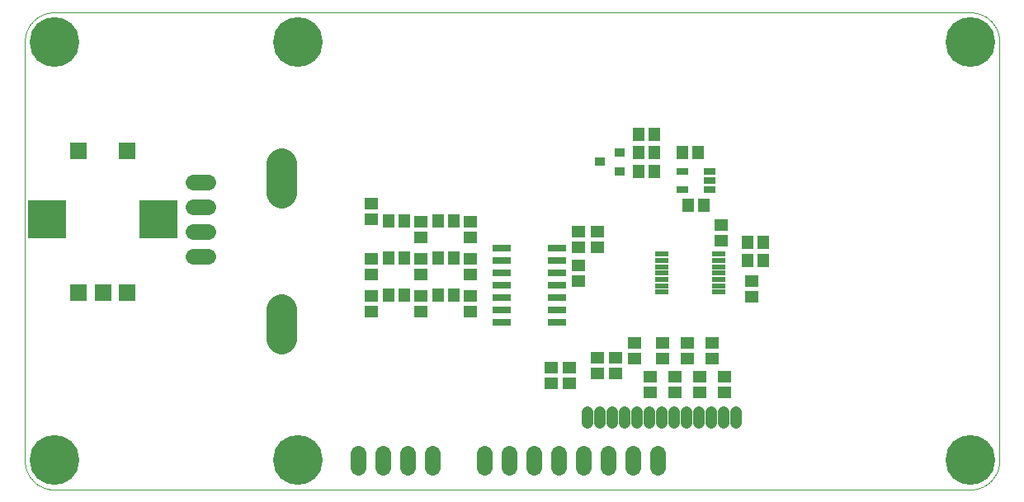
<source format=gts>
G75*
%MOIN*%
%OFA0B0*%
%FSLAX25Y25*%
%IPPOS*%
%LPD*%
%AMOC8*
5,1,8,0,0,1.08239X$1,22.5*
%
%ADD10C,0.00394*%
%ADD11C,0.04762*%
%ADD12C,0.12211*%
%ADD13R,0.05518X0.04731*%
%ADD14R,0.04731X0.05518*%
%ADD15R,0.04337X0.03550*%
%ADD16R,0.07093X0.07093*%
%ADD17R,0.15361X0.15361*%
%ADD18R,0.04731X0.02762*%
%ADD19C,0.06337*%
%ADD20R,0.07290X0.03156*%
%ADD21R,0.05715X0.01975*%
%ADD22C,0.20085*%
D10*
X0027595Y0013833D02*
X0027595Y0183125D01*
X0027598Y0183410D01*
X0027609Y0183696D01*
X0027626Y0183981D01*
X0027650Y0184265D01*
X0027681Y0184549D01*
X0027719Y0184832D01*
X0027764Y0185113D01*
X0027815Y0185394D01*
X0027873Y0185674D01*
X0027938Y0185952D01*
X0028010Y0186228D01*
X0028088Y0186502D01*
X0028173Y0186775D01*
X0028265Y0187045D01*
X0028363Y0187313D01*
X0028467Y0187579D01*
X0028578Y0187842D01*
X0028695Y0188102D01*
X0028818Y0188360D01*
X0028948Y0188614D01*
X0029084Y0188865D01*
X0029225Y0189113D01*
X0029373Y0189357D01*
X0029526Y0189598D01*
X0029686Y0189834D01*
X0029851Y0190067D01*
X0030021Y0190296D01*
X0030197Y0190521D01*
X0030379Y0190741D01*
X0030565Y0190957D01*
X0030757Y0191168D01*
X0030954Y0191375D01*
X0031156Y0191577D01*
X0031363Y0191774D01*
X0031574Y0191966D01*
X0031790Y0192152D01*
X0032010Y0192334D01*
X0032235Y0192510D01*
X0032464Y0192680D01*
X0032697Y0192845D01*
X0032933Y0193005D01*
X0033174Y0193158D01*
X0033418Y0193306D01*
X0033666Y0193447D01*
X0033917Y0193583D01*
X0034171Y0193713D01*
X0034429Y0193836D01*
X0034689Y0193953D01*
X0034952Y0194064D01*
X0035218Y0194168D01*
X0035486Y0194266D01*
X0035756Y0194358D01*
X0036029Y0194443D01*
X0036303Y0194521D01*
X0036579Y0194593D01*
X0036857Y0194658D01*
X0037137Y0194716D01*
X0037418Y0194767D01*
X0037699Y0194812D01*
X0037982Y0194850D01*
X0038266Y0194881D01*
X0038550Y0194905D01*
X0038835Y0194922D01*
X0039121Y0194933D01*
X0039406Y0194936D01*
X0409485Y0194936D01*
X0409770Y0194933D01*
X0410056Y0194922D01*
X0410341Y0194905D01*
X0410625Y0194881D01*
X0410909Y0194850D01*
X0411192Y0194812D01*
X0411473Y0194767D01*
X0411754Y0194716D01*
X0412034Y0194658D01*
X0412312Y0194593D01*
X0412588Y0194521D01*
X0412862Y0194443D01*
X0413135Y0194358D01*
X0413405Y0194266D01*
X0413673Y0194168D01*
X0413939Y0194064D01*
X0414202Y0193953D01*
X0414462Y0193836D01*
X0414720Y0193713D01*
X0414974Y0193583D01*
X0415225Y0193447D01*
X0415473Y0193306D01*
X0415717Y0193158D01*
X0415958Y0193005D01*
X0416194Y0192845D01*
X0416427Y0192680D01*
X0416656Y0192510D01*
X0416881Y0192334D01*
X0417101Y0192152D01*
X0417317Y0191966D01*
X0417528Y0191774D01*
X0417735Y0191577D01*
X0417937Y0191375D01*
X0418134Y0191168D01*
X0418326Y0190957D01*
X0418512Y0190741D01*
X0418694Y0190521D01*
X0418870Y0190296D01*
X0419040Y0190067D01*
X0419205Y0189834D01*
X0419365Y0189598D01*
X0419518Y0189357D01*
X0419666Y0189113D01*
X0419807Y0188865D01*
X0419943Y0188614D01*
X0420073Y0188360D01*
X0420196Y0188102D01*
X0420313Y0187842D01*
X0420424Y0187579D01*
X0420528Y0187313D01*
X0420626Y0187045D01*
X0420718Y0186775D01*
X0420803Y0186502D01*
X0420881Y0186228D01*
X0420953Y0185952D01*
X0421018Y0185674D01*
X0421076Y0185394D01*
X0421127Y0185113D01*
X0421172Y0184832D01*
X0421210Y0184549D01*
X0421241Y0184265D01*
X0421265Y0183981D01*
X0421282Y0183696D01*
X0421293Y0183410D01*
X0421296Y0183125D01*
X0421296Y0013833D01*
X0421293Y0013548D01*
X0421282Y0013262D01*
X0421265Y0012977D01*
X0421241Y0012693D01*
X0421210Y0012409D01*
X0421172Y0012126D01*
X0421127Y0011845D01*
X0421076Y0011564D01*
X0421018Y0011284D01*
X0420953Y0011006D01*
X0420881Y0010730D01*
X0420803Y0010456D01*
X0420718Y0010183D01*
X0420626Y0009913D01*
X0420528Y0009645D01*
X0420424Y0009379D01*
X0420313Y0009116D01*
X0420196Y0008856D01*
X0420073Y0008598D01*
X0419943Y0008344D01*
X0419807Y0008093D01*
X0419666Y0007845D01*
X0419518Y0007601D01*
X0419365Y0007360D01*
X0419205Y0007124D01*
X0419040Y0006891D01*
X0418870Y0006662D01*
X0418694Y0006437D01*
X0418512Y0006217D01*
X0418326Y0006001D01*
X0418134Y0005790D01*
X0417937Y0005583D01*
X0417735Y0005381D01*
X0417528Y0005184D01*
X0417317Y0004992D01*
X0417101Y0004806D01*
X0416881Y0004624D01*
X0416656Y0004448D01*
X0416427Y0004278D01*
X0416194Y0004113D01*
X0415958Y0003953D01*
X0415717Y0003800D01*
X0415473Y0003652D01*
X0415225Y0003511D01*
X0414974Y0003375D01*
X0414720Y0003245D01*
X0414462Y0003122D01*
X0414202Y0003005D01*
X0413939Y0002894D01*
X0413673Y0002790D01*
X0413405Y0002692D01*
X0413135Y0002600D01*
X0412862Y0002515D01*
X0412588Y0002437D01*
X0412312Y0002365D01*
X0412034Y0002300D01*
X0411754Y0002242D01*
X0411473Y0002191D01*
X0411192Y0002146D01*
X0410909Y0002108D01*
X0410625Y0002077D01*
X0410341Y0002053D01*
X0410056Y0002036D01*
X0409770Y0002025D01*
X0409485Y0002022D01*
X0039406Y0002022D01*
X0039121Y0002025D01*
X0038835Y0002036D01*
X0038550Y0002053D01*
X0038266Y0002077D01*
X0037982Y0002108D01*
X0037699Y0002146D01*
X0037418Y0002191D01*
X0037137Y0002242D01*
X0036857Y0002300D01*
X0036579Y0002365D01*
X0036303Y0002437D01*
X0036029Y0002515D01*
X0035756Y0002600D01*
X0035486Y0002692D01*
X0035218Y0002790D01*
X0034952Y0002894D01*
X0034689Y0003005D01*
X0034429Y0003122D01*
X0034171Y0003245D01*
X0033917Y0003375D01*
X0033666Y0003511D01*
X0033418Y0003652D01*
X0033174Y0003800D01*
X0032933Y0003953D01*
X0032697Y0004113D01*
X0032464Y0004278D01*
X0032235Y0004448D01*
X0032010Y0004624D01*
X0031790Y0004806D01*
X0031574Y0004992D01*
X0031363Y0005184D01*
X0031156Y0005381D01*
X0030954Y0005583D01*
X0030757Y0005790D01*
X0030565Y0006001D01*
X0030379Y0006217D01*
X0030197Y0006437D01*
X0030021Y0006662D01*
X0029851Y0006891D01*
X0029686Y0007124D01*
X0029526Y0007360D01*
X0029373Y0007601D01*
X0029225Y0007845D01*
X0029084Y0008093D01*
X0028948Y0008344D01*
X0028818Y0008598D01*
X0028695Y0008856D01*
X0028578Y0009116D01*
X0028467Y0009379D01*
X0028363Y0009645D01*
X0028265Y0009913D01*
X0028173Y0010183D01*
X0028088Y0010456D01*
X0028010Y0010730D01*
X0027938Y0011006D01*
X0027873Y0011284D01*
X0027815Y0011564D01*
X0027764Y0011845D01*
X0027719Y0012126D01*
X0027681Y0012409D01*
X0027650Y0012693D01*
X0027626Y0012977D01*
X0027609Y0013262D01*
X0027598Y0013548D01*
X0027595Y0013833D01*
D11*
X0254879Y0028975D02*
X0254879Y0033337D01*
X0259879Y0033337D02*
X0259879Y0028975D01*
X0264879Y0028975D02*
X0264879Y0033337D01*
X0269879Y0033337D02*
X0269879Y0028975D01*
X0274879Y0028975D02*
X0274879Y0033337D01*
X0279879Y0033337D02*
X0279879Y0028975D01*
X0284879Y0028975D02*
X0284879Y0033337D01*
X0289879Y0033337D02*
X0289879Y0028975D01*
X0294879Y0028975D02*
X0294879Y0033337D01*
X0299879Y0033337D02*
X0299879Y0028975D01*
X0304879Y0028975D02*
X0304879Y0033337D01*
X0309879Y0033337D02*
X0309879Y0028975D01*
X0314879Y0028975D02*
X0314879Y0033337D01*
D12*
X0131335Y0063046D02*
X0131335Y0074857D01*
X0131335Y0122101D02*
X0131335Y0133912D01*
D13*
X0167595Y0117672D03*
X0167595Y0111373D03*
X0187595Y0110172D03*
X0187595Y0103873D03*
X0187595Y0095172D03*
X0187595Y0088873D03*
X0187595Y0080172D03*
X0187595Y0073873D03*
X0207595Y0073873D03*
X0207595Y0080172D03*
X0207595Y0088873D03*
X0207595Y0095172D03*
X0207595Y0103873D03*
X0207595Y0110172D03*
X0167595Y0095172D03*
X0167595Y0088873D03*
X0167595Y0080172D03*
X0167595Y0073873D03*
X0240095Y0051422D03*
X0247595Y0051422D03*
X0247595Y0045123D03*
X0240095Y0045123D03*
X0258845Y0048873D03*
X0266345Y0048873D03*
X0266345Y0055172D03*
X0258845Y0055172D03*
X0273845Y0055123D03*
X0273845Y0061422D03*
X0285095Y0061422D03*
X0295095Y0061422D03*
X0305095Y0061422D03*
X0305095Y0055123D03*
X0295095Y0055123D03*
X0285095Y0055123D03*
X0280095Y0047672D03*
X0290095Y0047672D03*
X0300095Y0047672D03*
X0300095Y0041373D03*
X0290095Y0041373D03*
X0280095Y0041373D03*
X0310095Y0041373D03*
X0310095Y0047672D03*
X0321345Y0080123D03*
X0321345Y0086422D03*
X0308845Y0102623D03*
X0308845Y0108922D03*
X0258845Y0106422D03*
X0258845Y0100123D03*
X0251345Y0100123D03*
X0251345Y0106422D03*
X0251345Y0092672D03*
X0251345Y0086373D03*
D14*
X0200745Y0080772D03*
X0194446Y0080772D03*
X0180745Y0080772D03*
X0174446Y0080772D03*
X0174446Y0095772D03*
X0180745Y0095772D03*
X0194446Y0095772D03*
X0200745Y0095772D03*
X0200745Y0110772D03*
X0194446Y0110772D03*
X0180745Y0110772D03*
X0174446Y0110772D03*
X0275696Y0130772D03*
X0281995Y0130772D03*
X0281995Y0138272D03*
X0275696Y0138272D03*
X0275696Y0145772D03*
X0281995Y0145772D03*
X0293196Y0138272D03*
X0299495Y0138272D03*
X0301995Y0117022D03*
X0295696Y0117022D03*
X0319446Y0102022D03*
X0325745Y0102022D03*
X0325745Y0094522D03*
X0319446Y0094522D03*
D15*
X0267782Y0130782D03*
X0259908Y0134522D03*
X0267782Y0138262D03*
D16*
X0068934Y0138833D03*
X0049249Y0138833D03*
X0049249Y0081747D03*
X0059091Y0081747D03*
X0068934Y0081747D03*
D17*
X0081532Y0111274D03*
X0036650Y0111274D03*
D18*
X0293333Y0123282D03*
X0304357Y0123282D03*
X0304357Y0127022D03*
X0304357Y0130762D03*
X0293333Y0130762D03*
D19*
X0101430Y0126274D02*
X0095493Y0126274D01*
X0095493Y0116274D02*
X0101430Y0116274D01*
X0101430Y0106274D02*
X0095493Y0106274D01*
X0095493Y0096274D02*
X0101430Y0096274D01*
X0162201Y0016802D02*
X0162201Y0010865D01*
X0172201Y0010865D02*
X0172201Y0016802D01*
X0182201Y0016802D02*
X0182201Y0010865D01*
X0192201Y0010865D02*
X0192201Y0016802D01*
X0213068Y0016802D02*
X0213068Y0010865D01*
X0223068Y0010865D02*
X0223068Y0016802D01*
X0233068Y0016802D02*
X0233068Y0010865D01*
X0243068Y0010865D02*
X0243068Y0016802D01*
X0253068Y0016802D02*
X0253068Y0010865D01*
X0263068Y0010865D02*
X0263068Y0016802D01*
X0273068Y0016802D02*
X0273068Y0010865D01*
X0283068Y0010865D02*
X0283068Y0016802D01*
D20*
X0242467Y0069522D03*
X0242467Y0074522D03*
X0242467Y0079522D03*
X0242467Y0084522D03*
X0242467Y0089522D03*
X0242467Y0094522D03*
X0242467Y0099522D03*
X0220223Y0099522D03*
X0220223Y0094522D03*
X0220223Y0089522D03*
X0220223Y0084522D03*
X0220223Y0079522D03*
X0220223Y0074522D03*
X0220223Y0069522D03*
D21*
X0284829Y0081845D03*
X0284829Y0084404D03*
X0284829Y0086963D03*
X0284829Y0089522D03*
X0284829Y0092081D03*
X0284829Y0094640D03*
X0284829Y0097199D03*
X0307861Y0097199D03*
X0307861Y0094640D03*
X0307861Y0092081D03*
X0307861Y0089522D03*
X0307861Y0086963D03*
X0307861Y0084404D03*
X0307861Y0081845D03*
D22*
X0409485Y0013833D03*
X0137831Y0013833D03*
X0039406Y0013833D03*
X0039406Y0183125D03*
X0137831Y0183125D03*
X0409485Y0183125D03*
M02*

</source>
